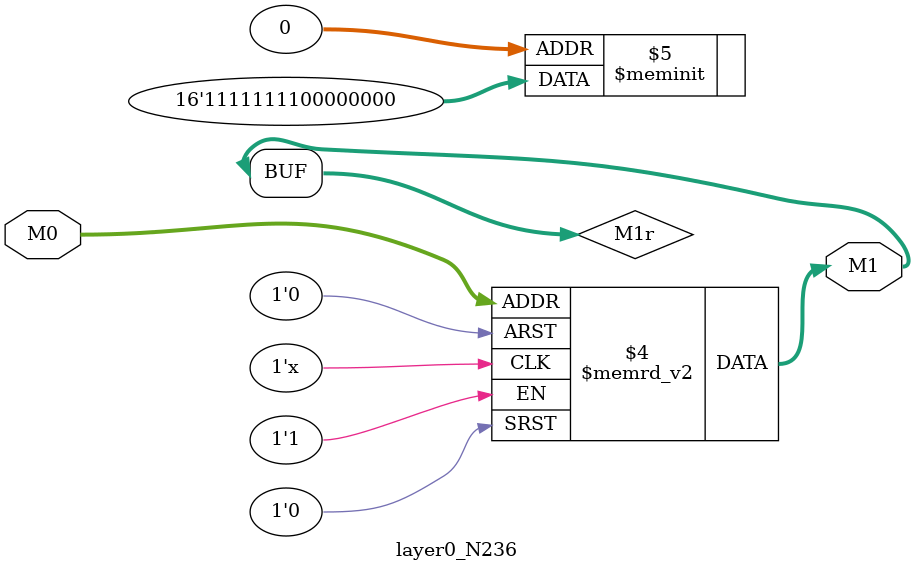
<source format=v>
module layer0_N236 ( input [2:0] M0, output [1:0] M1 );

	(*rom_style = "distributed" *) reg [1:0] M1r;
	assign M1 = M1r;
	always @ (M0) begin
		case (M0)
			3'b000: M1r = 2'b00;
			3'b100: M1r = 2'b11;
			3'b010: M1r = 2'b00;
			3'b110: M1r = 2'b11;
			3'b001: M1r = 2'b00;
			3'b101: M1r = 2'b11;
			3'b011: M1r = 2'b00;
			3'b111: M1r = 2'b11;

		endcase
	end
endmodule

</source>
